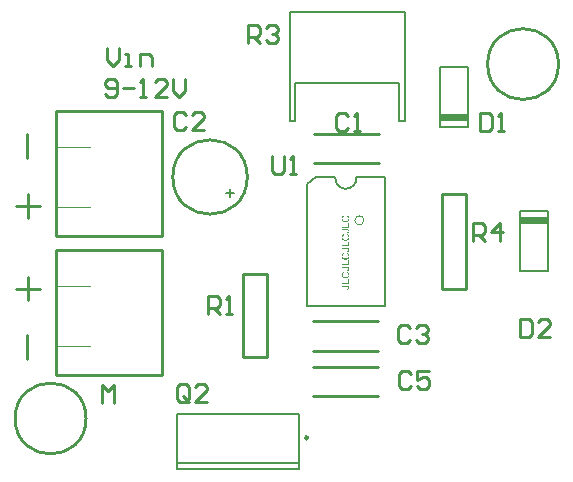
<source format=gto>
G04*
G04 #@! TF.GenerationSoftware,Altium Limited,CircuitMaker,2.2.1 (2.2.1.6)*
G04*
G04 Layer_Color=15132400*
%FSLAX44Y44*%
%MOMM*%
G71*
G04*
G04 #@! TF.SameCoordinates,2AB76CEE-A046-4D56-9755-BC6112196B6F*
G04*
G04*
G04 #@! TF.FilePolarity,Positive*
G04*
G01*
G75*
%ADD10C,0.2540*%
%ADD11C,0.1270*%
%ADD12C,0.0000*%
%ADD13C,0.2500*%
%ADD14C,0.1000*%
%ADD15C,0.2000*%
%ADD16C,0.2032*%
G36*
X300910Y221990D02*
X300966Y221972D01*
X301040Y221944D01*
X301123Y221916D01*
X301225Y221879D01*
X301336Y221833D01*
X301456Y221778D01*
X301715Y221648D01*
X301974Y221482D01*
X302103Y221380D01*
X302233Y221278D01*
X302344Y221167D01*
X302454Y221038D01*
X302464Y221029D01*
X302482Y221010D01*
X302501Y220964D01*
X302538Y220918D01*
X302584Y220844D01*
X302630Y220770D01*
X302676Y220668D01*
X302723Y220566D01*
X302778Y220446D01*
X302824Y220317D01*
X302871Y220178D01*
X302917Y220030D01*
X302954Y219873D01*
X302972Y219707D01*
X302991Y219531D01*
X303000Y219346D01*
Y219244D01*
X302991Y219170D01*
Y219087D01*
X302981Y218985D01*
X302963Y218874D01*
X302945Y218745D01*
X302898Y218477D01*
X302824Y218200D01*
X302723Y217922D01*
X302658Y217793D01*
X302584Y217663D01*
X302575Y217654D01*
X302565Y217636D01*
X302538Y217599D01*
X302501Y217562D01*
X302464Y217506D01*
X302408Y217441D01*
X302344Y217367D01*
X302270Y217293D01*
X302186Y217220D01*
X302103Y217136D01*
X301891Y216970D01*
X301641Y216813D01*
X301364Y216674D01*
X301354D01*
X301327Y216656D01*
X301280Y216646D01*
X301225Y216619D01*
X301151Y216600D01*
X301058Y216572D01*
X300957Y216535D01*
X300846Y216508D01*
X300726Y216480D01*
X300587Y216443D01*
X300300Y216397D01*
X299977Y216360D01*
X299644Y216341D01*
X299635D01*
X299598D01*
X299542D01*
X299477Y216350D01*
X299385D01*
X299293Y216360D01*
X299172Y216369D01*
X299052Y216387D01*
X298784Y216434D01*
X298488Y216498D01*
X298192Y216591D01*
X297906Y216720D01*
X297896Y216730D01*
X297869Y216739D01*
X297832Y216757D01*
X297785Y216794D01*
X297721Y216831D01*
X297647Y216877D01*
X297480Y216998D01*
X297295Y217155D01*
X297111Y217340D01*
X296926Y217552D01*
X296768Y217802D01*
X296759Y217811D01*
X296750Y217839D01*
X296731Y217876D01*
X296704Y217922D01*
X296676Y217996D01*
X296648Y218070D01*
X296611Y218163D01*
X296574Y218264D01*
X296537Y218375D01*
X296500Y218495D01*
X296445Y218754D01*
X296399Y219050D01*
X296380Y219355D01*
Y219448D01*
X296389Y219512D01*
X296399Y219596D01*
X296408Y219697D01*
X296417Y219799D01*
X296445Y219919D01*
X296500Y220169D01*
X296583Y220446D01*
X296639Y220585D01*
X296704Y220714D01*
X296787Y220844D01*
X296870Y220973D01*
X296879Y220982D01*
X296889Y221001D01*
X296916Y221038D01*
X296963Y221084D01*
X297009Y221130D01*
X297073Y221195D01*
X297148Y221260D01*
X297222Y221334D01*
X297314Y221408D01*
X297425Y221482D01*
X297536Y221565D01*
X297656Y221639D01*
X297795Y221704D01*
X297933Y221778D01*
X298081Y221833D01*
X298248Y221889D01*
X298442Y221056D01*
X298433D01*
X298414Y221047D01*
X298377Y221029D01*
X298331Y221010D01*
X298276Y220992D01*
X298202Y220964D01*
X298054Y220890D01*
X297887Y220798D01*
X297721Y220687D01*
X297564Y220548D01*
X297425Y220400D01*
X297406Y220382D01*
X297369Y220326D01*
X297323Y220234D01*
X297258Y220113D01*
X297203Y219956D01*
X297148Y219781D01*
X297111Y219568D01*
X297101Y219337D01*
Y219263D01*
X297111Y219217D01*
Y219152D01*
X297120Y219078D01*
X297148Y218902D01*
X297185Y218708D01*
X297249Y218505D01*
X297342Y218292D01*
X297462Y218098D01*
Y218089D01*
X297480Y218079D01*
X297527Y218015D01*
X297600Y217931D01*
X297712Y217830D01*
X297850Y217710D01*
X298007Y217599D01*
X298202Y217497D01*
X298414Y217404D01*
X298423D01*
X298442Y217395D01*
X298470Y217386D01*
X298516Y217377D01*
X298571Y217358D01*
X298636Y217340D01*
X298793Y217312D01*
X298978Y217275D01*
X299181Y217238D01*
X299403Y217220D01*
X299644Y217210D01*
X299653D01*
X299681D01*
X299727D01*
X299783D01*
X299847Y217220D01*
X299930D01*
X300023Y217229D01*
X300125Y217238D01*
X300347Y217266D01*
X300587Y217312D01*
X300827Y217367D01*
X301068Y217441D01*
X301077D01*
X301095Y217451D01*
X301123Y217469D01*
X301169Y217488D01*
X301280Y217543D01*
X301410Y217626D01*
X301558Y217728D01*
X301715Y217857D01*
X301854Y218005D01*
X301983Y218181D01*
Y218190D01*
X301992Y218209D01*
X302011Y218237D01*
X302029Y218274D01*
X302048Y218320D01*
X302075Y218375D01*
X302131Y218505D01*
X302186Y218671D01*
X302233Y218856D01*
X302270Y219059D01*
X302279Y219272D01*
Y219337D01*
X302270Y219392D01*
Y219457D01*
X302260Y219522D01*
X302223Y219688D01*
X302177Y219882D01*
X302103Y220076D01*
X302001Y220280D01*
X301946Y220382D01*
X301872Y220474D01*
X301863Y220483D01*
X301854Y220492D01*
X301826Y220520D01*
X301798Y220557D01*
X301752Y220594D01*
X301696Y220640D01*
X301641Y220696D01*
X301567Y220742D01*
X301484Y220798D01*
X301391Y220862D01*
X301299Y220918D01*
X301188Y220973D01*
X301068Y221019D01*
X300938Y221066D01*
X300800Y221112D01*
X300652Y221149D01*
X300864Y221999D01*
X300874D01*
X300910Y221990D01*
D02*
G37*
G36*
X302889Y211580D02*
X296491D01*
Y212430D01*
X302131D01*
Y215583D01*
X302889D01*
Y211580D01*
D02*
G37*
G36*
X301058Y210221D02*
X301132D01*
X301308Y210202D01*
X301511Y210184D01*
X301724Y210147D01*
X301918Y210091D01*
X302103Y210026D01*
X302112D01*
X302122Y210017D01*
X302177Y209989D01*
X302251Y209943D01*
X302353Y209879D01*
X302454Y209786D01*
X302565Y209684D01*
X302676Y209555D01*
X302769Y209407D01*
X302778Y209389D01*
X302806Y209333D01*
X302843Y209250D01*
X302880Y209130D01*
X302926Y208982D01*
X302963Y208815D01*
X302991Y208630D01*
X303000Y208427D01*
Y208344D01*
X302991Y208288D01*
X302981Y208214D01*
X302972Y208140D01*
X302935Y207946D01*
X302880Y207743D01*
X302797Y207530D01*
X302741Y207419D01*
X302676Y207318D01*
X302602Y207225D01*
X302519Y207133D01*
X302510Y207123D01*
X302501Y207114D01*
X302464Y207096D01*
X302427Y207068D01*
X302381Y207031D01*
X302316Y206994D01*
X302242Y206957D01*
X302159Y206911D01*
X302066Y206874D01*
X301955Y206837D01*
X301844Y206800D01*
X301715Y206763D01*
X301576Y206744D01*
X301419Y206716D01*
X301262Y206707D01*
X301086D01*
X300975Y207475D01*
X300984D01*
X301003D01*
X301040D01*
X301095Y207484D01*
X301151Y207493D01*
X301216D01*
X301373Y207521D01*
X301539Y207549D01*
X301706Y207604D01*
X301854Y207660D01*
X301918Y207697D01*
X301974Y207743D01*
X301983Y207752D01*
X302011Y207789D01*
X302057Y207845D01*
X302103Y207918D01*
X302159Y208020D01*
X302196Y208131D01*
X302233Y208270D01*
X302242Y208418D01*
Y208473D01*
X302233Y208529D01*
X302223Y208612D01*
X302205Y208695D01*
X302186Y208787D01*
X302149Y208880D01*
X302103Y208972D01*
X302094Y208982D01*
X302075Y209009D01*
X302038Y209046D01*
X302001Y209102D01*
X301937Y209148D01*
X301872Y209204D01*
X301798Y209250D01*
X301706Y209287D01*
X301696D01*
X301659Y209305D01*
X301595Y209314D01*
X301511Y209333D01*
X301401Y209352D01*
X301262Y209361D01*
X301095Y209379D01*
X300901D01*
X296491D01*
Y210230D01*
X300855D01*
X300864D01*
X300892D01*
X300929D01*
X300984D01*
X301058Y210221D01*
D02*
G37*
G36*
X300910Y206088D02*
X300966Y206069D01*
X301040Y206042D01*
X301123Y206014D01*
X301225Y205977D01*
X301336Y205931D01*
X301456Y205875D01*
X301715Y205746D01*
X301974Y205579D01*
X302103Y205478D01*
X302233Y205376D01*
X302344Y205265D01*
X302454Y205135D01*
X302464Y205126D01*
X302482Y205108D01*
X302501Y205062D01*
X302538Y205015D01*
X302584Y204941D01*
X302630Y204867D01*
X302676Y204766D01*
X302723Y204664D01*
X302778Y204544D01*
X302824Y204414D01*
X302871Y204276D01*
X302917Y204128D01*
X302954Y203971D01*
X302972Y203804D01*
X302991Y203629D01*
X303000Y203444D01*
Y203342D01*
X302991Y203268D01*
Y203185D01*
X302981Y203083D01*
X302963Y202972D01*
X302945Y202843D01*
X302898Y202575D01*
X302824Y202297D01*
X302723Y202020D01*
X302658Y201890D01*
X302584Y201761D01*
X302575Y201752D01*
X302565Y201733D01*
X302538Y201696D01*
X302501Y201659D01*
X302464Y201604D01*
X302408Y201539D01*
X302344Y201465D01*
X302270Y201391D01*
X302186Y201317D01*
X302103Y201234D01*
X301891Y201068D01*
X301641Y200910D01*
X301364Y200772D01*
X301354D01*
X301327Y200753D01*
X301280Y200744D01*
X301225Y200716D01*
X301151Y200698D01*
X301058Y200670D01*
X300957Y200633D01*
X300846Y200605D01*
X300726Y200578D01*
X300587Y200541D01*
X300300Y200494D01*
X299977Y200457D01*
X299644Y200439D01*
X299635D01*
X299598D01*
X299542D01*
X299477Y200448D01*
X299385D01*
X299293Y200457D01*
X299172Y200466D01*
X299052Y200485D01*
X298784Y200531D01*
X298488Y200596D01*
X298192Y200688D01*
X297906Y200818D01*
X297896Y200827D01*
X297869Y200836D01*
X297832Y200855D01*
X297785Y200892D01*
X297721Y200929D01*
X297647Y200975D01*
X297480Y201095D01*
X297295Y201252D01*
X297111Y201437D01*
X296926Y201650D01*
X296768Y201900D01*
X296759Y201909D01*
X296750Y201937D01*
X296731Y201973D01*
X296704Y202020D01*
X296676Y202094D01*
X296648Y202168D01*
X296611Y202260D01*
X296574Y202362D01*
X296537Y202473D01*
X296500Y202593D01*
X296445Y202852D01*
X296399Y203148D01*
X296380Y203453D01*
Y203545D01*
X296389Y203610D01*
X296399Y203693D01*
X296408Y203795D01*
X296417Y203897D01*
X296445Y204017D01*
X296500Y204266D01*
X296583Y204544D01*
X296639Y204683D01*
X296704Y204812D01*
X296787Y204941D01*
X296870Y205071D01*
X296879Y205080D01*
X296889Y205098D01*
X296916Y205135D01*
X296963Y205182D01*
X297009Y205228D01*
X297073Y205293D01*
X297148Y205357D01*
X297222Y205431D01*
X297314Y205505D01*
X297425Y205579D01*
X297536Y205662D01*
X297656Y205737D01*
X297795Y205801D01*
X297933Y205875D01*
X298081Y205931D01*
X298248Y205986D01*
X298442Y205154D01*
X298433D01*
X298414Y205145D01*
X298377Y205126D01*
X298331Y205108D01*
X298276Y205089D01*
X298202Y205062D01*
X298054Y204988D01*
X297887Y204895D01*
X297721Y204784D01*
X297564Y204646D01*
X297425Y204498D01*
X297406Y204479D01*
X297369Y204424D01*
X297323Y204331D01*
X297258Y204211D01*
X297203Y204054D01*
X297148Y203878D01*
X297111Y203666D01*
X297101Y203434D01*
Y203360D01*
X297111Y203314D01*
Y203249D01*
X297120Y203176D01*
X297148Y203000D01*
X297185Y202806D01*
X297249Y202602D01*
X297342Y202390D01*
X297462Y202195D01*
Y202186D01*
X297480Y202177D01*
X297527Y202112D01*
X297600Y202029D01*
X297712Y201927D01*
X297850Y201807D01*
X298007Y201696D01*
X298202Y201595D01*
X298414Y201502D01*
X298423D01*
X298442Y201493D01*
X298470Y201483D01*
X298516Y201474D01*
X298571Y201456D01*
X298636Y201437D01*
X298793Y201410D01*
X298978Y201373D01*
X299181Y201336D01*
X299403Y201317D01*
X299644Y201308D01*
X299653D01*
X299681D01*
X299727D01*
X299783D01*
X299847Y201317D01*
X299930D01*
X300023Y201326D01*
X300125Y201336D01*
X300347Y201363D01*
X300587Y201410D01*
X300827Y201465D01*
X301068Y201539D01*
X301077D01*
X301095Y201548D01*
X301123Y201567D01*
X301169Y201585D01*
X301280Y201641D01*
X301410Y201724D01*
X301558Y201826D01*
X301715Y201955D01*
X301854Y202103D01*
X301983Y202279D01*
Y202288D01*
X301992Y202306D01*
X302011Y202334D01*
X302029Y202371D01*
X302048Y202417D01*
X302075Y202473D01*
X302131Y202602D01*
X302186Y202769D01*
X302233Y202954D01*
X302270Y203157D01*
X302279Y203370D01*
Y203434D01*
X302270Y203490D01*
Y203554D01*
X302260Y203619D01*
X302223Y203786D01*
X302177Y203980D01*
X302103Y204174D01*
X302001Y204377D01*
X301946Y204479D01*
X301872Y204571D01*
X301863Y204581D01*
X301854Y204590D01*
X301826Y204618D01*
X301798Y204655D01*
X301752Y204692D01*
X301696Y204738D01*
X301641Y204793D01*
X301567Y204840D01*
X301484Y204895D01*
X301391Y204960D01*
X301299Y205015D01*
X301188Y205071D01*
X301068Y205117D01*
X300938Y205163D01*
X300800Y205210D01*
X300652Y205247D01*
X300864Y206097D01*
X300874D01*
X300910Y206088D01*
D02*
G37*
G36*
X302889Y195677D02*
X296491D01*
Y196528D01*
X302131D01*
Y199681D01*
X302889D01*
Y195677D01*
D02*
G37*
G36*
X301058Y194318D02*
X301132D01*
X301308Y194300D01*
X301511Y194281D01*
X301724Y194244D01*
X301918Y194189D01*
X302103Y194124D01*
X302112D01*
X302122Y194115D01*
X302177Y194087D01*
X302251Y194041D01*
X302353Y193976D01*
X302454Y193884D01*
X302565Y193782D01*
X302676Y193652D01*
X302769Y193505D01*
X302778Y193486D01*
X302806Y193431D01*
X302843Y193347D01*
X302880Y193227D01*
X302926Y193079D01*
X302963Y192913D01*
X302991Y192728D01*
X303000Y192525D01*
Y192441D01*
X302991Y192386D01*
X302981Y192312D01*
X302972Y192238D01*
X302935Y192044D01*
X302880Y191840D01*
X302797Y191628D01*
X302741Y191517D01*
X302676Y191415D01*
X302602Y191323D01*
X302519Y191230D01*
X302510Y191221D01*
X302501Y191212D01*
X302464Y191193D01*
X302427Y191165D01*
X302381Y191128D01*
X302316Y191091D01*
X302242Y191054D01*
X302159Y191008D01*
X302066Y190971D01*
X301955Y190934D01*
X301844Y190897D01*
X301715Y190860D01*
X301576Y190842D01*
X301419Y190814D01*
X301262Y190805D01*
X301086D01*
X300975Y191572D01*
X300984D01*
X301003D01*
X301040D01*
X301095Y191581D01*
X301151Y191591D01*
X301216D01*
X301373Y191618D01*
X301539Y191646D01*
X301706Y191702D01*
X301854Y191757D01*
X301918Y191794D01*
X301974Y191840D01*
X301983Y191850D01*
X302011Y191887D01*
X302057Y191942D01*
X302103Y192016D01*
X302159Y192118D01*
X302196Y192229D01*
X302233Y192367D01*
X302242Y192515D01*
Y192571D01*
X302233Y192626D01*
X302223Y192709D01*
X302205Y192793D01*
X302186Y192885D01*
X302149Y192978D01*
X302103Y193070D01*
X302094Y193079D01*
X302075Y193107D01*
X302038Y193144D01*
X302001Y193200D01*
X301937Y193246D01*
X301872Y193301D01*
X301798Y193347D01*
X301706Y193384D01*
X301696D01*
X301659Y193403D01*
X301595Y193412D01*
X301511Y193431D01*
X301401Y193449D01*
X301262Y193458D01*
X301095Y193477D01*
X300901D01*
X296491D01*
Y194327D01*
X300855D01*
X300864D01*
X300892D01*
X300929D01*
X300984D01*
X301058Y194318D01*
D02*
G37*
G36*
X300910Y190185D02*
X300966Y190167D01*
X301040Y190139D01*
X301123Y190111D01*
X301225Y190074D01*
X301336Y190028D01*
X301456Y189973D01*
X301715Y189843D01*
X301974Y189677D01*
X302103Y189575D01*
X302233Y189473D01*
X302344Y189363D01*
X302454Y189233D01*
X302464Y189224D01*
X302482Y189205D01*
X302501Y189159D01*
X302538Y189113D01*
X302584Y189039D01*
X302630Y188965D01*
X302676Y188863D01*
X302723Y188762D01*
X302778Y188641D01*
X302824Y188512D01*
X302871Y188373D01*
X302917Y188225D01*
X302954Y188068D01*
X302972Y187902D01*
X302991Y187726D01*
X303000Y187541D01*
Y187439D01*
X302991Y187365D01*
Y187282D01*
X302981Y187181D01*
X302963Y187070D01*
X302945Y186940D01*
X302898Y186672D01*
X302824Y186395D01*
X302723Y186117D01*
X302658Y185988D01*
X302584Y185858D01*
X302575Y185849D01*
X302565Y185831D01*
X302538Y185794D01*
X302501Y185757D01*
X302464Y185701D01*
X302408Y185637D01*
X302344Y185563D01*
X302270Y185489D01*
X302186Y185415D01*
X302103Y185331D01*
X301891Y185165D01*
X301641Y185008D01*
X301364Y184869D01*
X301354D01*
X301327Y184851D01*
X301280Y184841D01*
X301225Y184814D01*
X301151Y184795D01*
X301058Y184767D01*
X300957Y184730D01*
X300846Y184703D01*
X300726Y184675D01*
X300587Y184638D01*
X300300Y184592D01*
X299977Y184555D01*
X299644Y184536D01*
X299635D01*
X299598D01*
X299542D01*
X299477Y184546D01*
X299385D01*
X299293Y184555D01*
X299172Y184564D01*
X299052Y184583D01*
X298784Y184629D01*
X298488Y184694D01*
X298192Y184786D01*
X297906Y184915D01*
X297896Y184925D01*
X297869Y184934D01*
X297832Y184952D01*
X297785Y184989D01*
X297721Y185026D01*
X297647Y185073D01*
X297480Y185193D01*
X297295Y185350D01*
X297111Y185535D01*
X296926Y185748D01*
X296768Y185997D01*
X296759Y186006D01*
X296750Y186034D01*
X296731Y186071D01*
X296704Y186117D01*
X296676Y186191D01*
X296648Y186265D01*
X296611Y186358D01*
X296574Y186459D01*
X296537Y186570D01*
X296500Y186691D01*
X296445Y186949D01*
X296399Y187245D01*
X296380Y187550D01*
Y187643D01*
X296389Y187708D01*
X296399Y187791D01*
X296408Y187892D01*
X296417Y187994D01*
X296445Y188114D01*
X296500Y188364D01*
X296583Y188641D01*
X296639Y188780D01*
X296704Y188909D01*
X296787Y189039D01*
X296870Y189168D01*
X296879Y189178D01*
X296889Y189196D01*
X296916Y189233D01*
X296963Y189279D01*
X297009Y189326D01*
X297073Y189390D01*
X297148Y189455D01*
X297222Y189529D01*
X297314Y189603D01*
X297425Y189677D01*
X297536Y189760D01*
X297656Y189834D01*
X297795Y189899D01*
X297933Y189973D01*
X298081Y190028D01*
X298248Y190084D01*
X298442Y189252D01*
X298433D01*
X298414Y189242D01*
X298377Y189224D01*
X298331Y189205D01*
X298276Y189187D01*
X298202Y189159D01*
X298054Y189085D01*
X297887Y188993D01*
X297721Y188882D01*
X297564Y188743D01*
X297425Y188595D01*
X297406Y188577D01*
X297369Y188521D01*
X297323Y188429D01*
X297258Y188309D01*
X297203Y188151D01*
X297148Y187976D01*
X297111Y187763D01*
X297101Y187532D01*
Y187458D01*
X297111Y187412D01*
Y187347D01*
X297120Y187273D01*
X297148Y187097D01*
X297185Y186903D01*
X297249Y186700D01*
X297342Y186487D01*
X297462Y186293D01*
Y186284D01*
X297480Y186275D01*
X297527Y186210D01*
X297600Y186127D01*
X297712Y186025D01*
X297850Y185905D01*
X298007Y185794D01*
X298202Y185692D01*
X298414Y185600D01*
X298423D01*
X298442Y185590D01*
X298470Y185581D01*
X298516Y185572D01*
X298571Y185553D01*
X298636Y185535D01*
X298793Y185507D01*
X298978Y185470D01*
X299181Y185433D01*
X299403Y185415D01*
X299644Y185405D01*
X299653D01*
X299681D01*
X299727D01*
X299783D01*
X299847Y185415D01*
X299930D01*
X300023Y185424D01*
X300125Y185433D01*
X300347Y185461D01*
X300587Y185507D01*
X300827Y185563D01*
X301068Y185637D01*
X301077D01*
X301095Y185646D01*
X301123Y185664D01*
X301169Y185683D01*
X301280Y185738D01*
X301410Y185821D01*
X301558Y185923D01*
X301715Y186053D01*
X301854Y186201D01*
X301983Y186376D01*
Y186385D01*
X301992Y186404D01*
X302011Y186432D01*
X302029Y186469D01*
X302048Y186515D01*
X302075Y186570D01*
X302131Y186700D01*
X302186Y186866D01*
X302233Y187051D01*
X302270Y187255D01*
X302279Y187467D01*
Y187532D01*
X302270Y187587D01*
Y187652D01*
X302260Y187717D01*
X302223Y187883D01*
X302177Y188077D01*
X302103Y188272D01*
X302001Y188475D01*
X301946Y188577D01*
X301872Y188669D01*
X301863Y188678D01*
X301854Y188688D01*
X301826Y188715D01*
X301798Y188752D01*
X301752Y188789D01*
X301696Y188836D01*
X301641Y188891D01*
X301567Y188937D01*
X301484Y188993D01*
X301391Y189057D01*
X301299Y189113D01*
X301188Y189168D01*
X301068Y189215D01*
X300938Y189261D01*
X300800Y189307D01*
X300652Y189344D01*
X300864Y190195D01*
X300874D01*
X300910Y190185D01*
D02*
G37*
G36*
X302889Y179775D02*
X296491D01*
Y180625D01*
X302131D01*
Y183778D01*
X302889D01*
Y179775D01*
D02*
G37*
G36*
X301058Y178416D02*
X301132D01*
X301308Y178397D01*
X301511Y178379D01*
X301724Y178342D01*
X301918Y178286D01*
X302103Y178222D01*
X302112D01*
X302122Y178212D01*
X302177Y178185D01*
X302251Y178138D01*
X302353Y178074D01*
X302454Y177981D01*
X302565Y177880D01*
X302676Y177750D01*
X302769Y177602D01*
X302778Y177584D01*
X302806Y177528D01*
X302843Y177445D01*
X302880Y177325D01*
X302926Y177177D01*
X302963Y177010D01*
X302991Y176826D01*
X303000Y176622D01*
Y176539D01*
X302991Y176483D01*
X302981Y176409D01*
X302972Y176336D01*
X302935Y176141D01*
X302880Y175938D01*
X302797Y175725D01*
X302741Y175614D01*
X302676Y175513D01*
X302602Y175420D01*
X302519Y175328D01*
X302510Y175319D01*
X302501Y175309D01*
X302464Y175291D01*
X302427Y175263D01*
X302381Y175226D01*
X302316Y175189D01*
X302242Y175152D01*
X302159Y175106D01*
X302066Y175069D01*
X301955Y175032D01*
X301844Y174995D01*
X301715Y174958D01*
X301576Y174939D01*
X301419Y174912D01*
X301262Y174902D01*
X301086D01*
X300975Y175670D01*
X300984D01*
X301003D01*
X301040D01*
X301095Y175679D01*
X301151Y175688D01*
X301216D01*
X301373Y175716D01*
X301539Y175744D01*
X301706Y175799D01*
X301854Y175855D01*
X301918Y175892D01*
X301974Y175938D01*
X301983Y175947D01*
X302011Y175984D01*
X302057Y176040D01*
X302103Y176114D01*
X302159Y176215D01*
X302196Y176326D01*
X302233Y176465D01*
X302242Y176613D01*
Y176668D01*
X302233Y176724D01*
X302223Y176807D01*
X302205Y176890D01*
X302186Y176983D01*
X302149Y177075D01*
X302103Y177168D01*
X302094Y177177D01*
X302075Y177205D01*
X302038Y177242D01*
X302001Y177297D01*
X301937Y177343D01*
X301872Y177399D01*
X301798Y177445D01*
X301706Y177482D01*
X301696D01*
X301659Y177500D01*
X301595Y177510D01*
X301511Y177528D01*
X301401Y177547D01*
X301262Y177556D01*
X301095Y177574D01*
X300901D01*
X296491D01*
Y178425D01*
X300855D01*
X300864D01*
X300892D01*
X300929D01*
X300984D01*
X301058Y178416D01*
D02*
G37*
G36*
X300910Y174283D02*
X300966Y174265D01*
X301040Y174237D01*
X301123Y174209D01*
X301225Y174172D01*
X301336Y174126D01*
X301456Y174070D01*
X301715Y173941D01*
X301974Y173775D01*
X302103Y173673D01*
X302233Y173571D01*
X302344Y173460D01*
X302454Y173331D01*
X302464Y173321D01*
X302482Y173303D01*
X302501Y173257D01*
X302538Y173211D01*
X302584Y173137D01*
X302630Y173062D01*
X302676Y172961D01*
X302723Y172859D01*
X302778Y172739D01*
X302824Y172610D01*
X302871Y172471D01*
X302917Y172323D01*
X302954Y172166D01*
X302972Y171999D01*
X302991Y171824D01*
X303000Y171639D01*
Y171537D01*
X302991Y171463D01*
Y171380D01*
X302981Y171278D01*
X302963Y171167D01*
X302945Y171038D01*
X302898Y170770D01*
X302824Y170492D01*
X302723Y170215D01*
X302658Y170086D01*
X302584Y169956D01*
X302575Y169947D01*
X302565Y169928D01*
X302538Y169891D01*
X302501Y169854D01*
X302464Y169799D01*
X302408Y169734D01*
X302344Y169660D01*
X302270Y169586D01*
X302186Y169512D01*
X302103Y169429D01*
X301891Y169263D01*
X301641Y169105D01*
X301364Y168967D01*
X301354D01*
X301327Y168948D01*
X301280Y168939D01*
X301225Y168911D01*
X301151Y168893D01*
X301058Y168865D01*
X300957Y168828D01*
X300846Y168800D01*
X300726Y168773D01*
X300587Y168736D01*
X300300Y168689D01*
X299977Y168652D01*
X299644Y168634D01*
X299635D01*
X299598D01*
X299542D01*
X299477Y168643D01*
X299385D01*
X299293Y168652D01*
X299172Y168662D01*
X299052Y168680D01*
X298784Y168726D01*
X298488Y168791D01*
X298192Y168883D01*
X297906Y169013D01*
X297896Y169022D01*
X297869Y169032D01*
X297832Y169050D01*
X297785Y169087D01*
X297721Y169124D01*
X297647Y169170D01*
X297480Y169290D01*
X297295Y169447D01*
X297111Y169632D01*
X296926Y169845D01*
X296768Y170095D01*
X296759Y170104D01*
X296750Y170132D01*
X296731Y170169D01*
X296704Y170215D01*
X296676Y170289D01*
X296648Y170363D01*
X296611Y170455D01*
X296574Y170557D01*
X296537Y170668D01*
X296500Y170788D01*
X296445Y171047D01*
X296399Y171343D01*
X296380Y171648D01*
Y171740D01*
X296389Y171805D01*
X296399Y171888D01*
X296408Y171990D01*
X296417Y172092D01*
X296445Y172212D01*
X296500Y172462D01*
X296583Y172739D01*
X296639Y172878D01*
X296704Y173007D01*
X296787Y173137D01*
X296870Y173266D01*
X296879Y173275D01*
X296889Y173294D01*
X296916Y173331D01*
X296963Y173377D01*
X297009Y173423D01*
X297073Y173488D01*
X297148Y173553D01*
X297222Y173626D01*
X297314Y173701D01*
X297425Y173775D01*
X297536Y173858D01*
X297656Y173932D01*
X297795Y173996D01*
X297933Y174070D01*
X298081Y174126D01*
X298248Y174181D01*
X298442Y173349D01*
X298433D01*
X298414Y173340D01*
X298377Y173321D01*
X298331Y173303D01*
X298276Y173284D01*
X298202Y173257D01*
X298054Y173183D01*
X297887Y173090D01*
X297721Y172979D01*
X297564Y172841D01*
X297425Y172693D01*
X297406Y172674D01*
X297369Y172619D01*
X297323Y172526D01*
X297258Y172406D01*
X297203Y172249D01*
X297148Y172073D01*
X297111Y171861D01*
X297101Y171630D01*
Y171556D01*
X297111Y171509D01*
Y171445D01*
X297120Y171371D01*
X297148Y171195D01*
X297185Y171001D01*
X297249Y170797D01*
X297342Y170585D01*
X297462Y170391D01*
Y170381D01*
X297480Y170372D01*
X297527Y170307D01*
X297600Y170224D01*
X297712Y170122D01*
X297850Y170002D01*
X298007Y169891D01*
X298202Y169790D01*
X298414Y169697D01*
X298423D01*
X298442Y169688D01*
X298470Y169679D01*
X298516Y169669D01*
X298571Y169651D01*
X298636Y169632D01*
X298793Y169605D01*
X298978Y169568D01*
X299181Y169531D01*
X299403Y169512D01*
X299644Y169503D01*
X299653D01*
X299681D01*
X299727D01*
X299783D01*
X299847Y169512D01*
X299930D01*
X300023Y169522D01*
X300125Y169531D01*
X300347Y169559D01*
X300587Y169605D01*
X300827Y169660D01*
X301068Y169734D01*
X301077D01*
X301095Y169743D01*
X301123Y169762D01*
X301169Y169780D01*
X301280Y169836D01*
X301410Y169919D01*
X301558Y170021D01*
X301715Y170150D01*
X301854Y170298D01*
X301983Y170474D01*
Y170483D01*
X301992Y170501D01*
X302011Y170529D01*
X302029Y170566D01*
X302048Y170613D01*
X302075Y170668D01*
X302131Y170797D01*
X302186Y170964D01*
X302233Y171149D01*
X302270Y171352D01*
X302279Y171565D01*
Y171630D01*
X302270Y171685D01*
Y171750D01*
X302260Y171814D01*
X302223Y171981D01*
X302177Y172175D01*
X302103Y172369D01*
X302001Y172572D01*
X301946Y172674D01*
X301872Y172767D01*
X301863Y172776D01*
X301854Y172785D01*
X301826Y172813D01*
X301798Y172850D01*
X301752Y172887D01*
X301696Y172933D01*
X301641Y172989D01*
X301567Y173035D01*
X301484Y173090D01*
X301391Y173155D01*
X301299Y173211D01*
X301188Y173266D01*
X301068Y173312D01*
X300938Y173358D01*
X300800Y173405D01*
X300652Y173442D01*
X300864Y174292D01*
X300874D01*
X300910Y174283D01*
D02*
G37*
G36*
X302889Y163872D02*
X296491D01*
Y164723D01*
X302131D01*
Y167876D01*
X302889D01*
Y163872D01*
D02*
G37*
G36*
X301058Y162513D02*
X301132D01*
X301308Y162495D01*
X301511Y162476D01*
X301724Y162439D01*
X301918Y162384D01*
X302103Y162319D01*
X302112D01*
X302122Y162310D01*
X302177Y162282D01*
X302251Y162236D01*
X302353Y162171D01*
X302454Y162079D01*
X302565Y161977D01*
X302676Y161848D01*
X302769Y161700D01*
X302778Y161681D01*
X302806Y161626D01*
X302843Y161542D01*
X302880Y161422D01*
X302926Y161274D01*
X302963Y161108D01*
X302991Y160923D01*
X303000Y160720D01*
Y160637D01*
X302991Y160581D01*
X302981Y160507D01*
X302972Y160433D01*
X302935Y160239D01*
X302880Y160035D01*
X302797Y159823D01*
X302741Y159712D01*
X302676Y159610D01*
X302602Y159518D01*
X302519Y159425D01*
X302510Y159416D01*
X302501Y159407D01*
X302464Y159388D01*
X302427Y159361D01*
X302381Y159324D01*
X302316Y159287D01*
X302242Y159250D01*
X302159Y159203D01*
X302066Y159166D01*
X301955Y159129D01*
X301844Y159092D01*
X301715Y159056D01*
X301576Y159037D01*
X301419Y159009D01*
X301262Y159000D01*
X301086D01*
X300975Y159767D01*
X300984D01*
X301003D01*
X301040D01*
X301095Y159777D01*
X301151Y159786D01*
X301216D01*
X301373Y159814D01*
X301539Y159841D01*
X301706Y159897D01*
X301854Y159952D01*
X301918Y159989D01*
X301974Y160035D01*
X301983Y160045D01*
X302011Y160082D01*
X302057Y160137D01*
X302103Y160211D01*
X302159Y160313D01*
X302196Y160424D01*
X302233Y160562D01*
X302242Y160710D01*
Y160766D01*
X302233Y160821D01*
X302223Y160905D01*
X302205Y160988D01*
X302186Y161080D01*
X302149Y161173D01*
X302103Y161265D01*
X302094Y161274D01*
X302075Y161302D01*
X302038Y161339D01*
X302001Y161395D01*
X301937Y161441D01*
X301872Y161496D01*
X301798Y161542D01*
X301706Y161579D01*
X301696D01*
X301659Y161598D01*
X301595Y161607D01*
X301511Y161626D01*
X301401Y161644D01*
X301262Y161653D01*
X301095Y161672D01*
X300901D01*
X296491D01*
Y162523D01*
X300855D01*
X300864D01*
X300892D01*
X300929D01*
X300984D01*
X301058Y162513D01*
D02*
G37*
G54D10*
X216500Y254450D02*
G03*
X216500Y254450I-31500J0D01*
G01*
X480000Y350000D02*
G03*
X480000Y350000I-30000J0D01*
G01*
X80000Y50000D02*
G03*
X80000Y50000I-30000J0D01*
G01*
X54500Y204500D02*
X144500D01*
Y310500D01*
X54500D02*
X144500D01*
X54500Y204500D02*
Y310500D01*
X272558Y94001D02*
X327565D01*
X272558Y69001D02*
X327565D01*
X273246Y291251D02*
X328253D01*
X273246Y266250D02*
X328253D01*
X54500Y86500D02*
Y192500D01*
X144500D01*
Y86500D02*
Y192500D01*
X54500Y86500D02*
X144500D01*
X272558Y107500D02*
X327565D01*
X272558Y132501D02*
X327565D01*
X213250Y172298D02*
X233250D01*
X213250Y101798D02*
Y172298D01*
X233250Y101798D02*
Y172298D01*
X213250Y101798D02*
X233250D01*
X381748Y240001D02*
X401748D01*
X381748Y160001D02*
Y240001D01*
X401748Y160001D02*
Y240001D01*
X381748Y160001D02*
X401748D01*
X96040Y324539D02*
X98539Y322040D01*
X103538D01*
X106037Y324539D01*
Y334536D01*
X103538Y337035D01*
X98539D01*
X96040Y334536D01*
Y332037D01*
X98539Y329538D01*
X106037D01*
X111035D02*
X121032D01*
X126030Y322040D02*
X131029D01*
X128530D01*
Y337035D01*
X126030Y334536D01*
X148523Y322040D02*
X138526D01*
X148523Y332037D01*
Y334536D01*
X146024Y337035D01*
X141025D01*
X138526Y334536D01*
X153521Y337035D02*
Y327038D01*
X158520Y322040D01*
X163518Y327038D01*
Y337035D01*
X29960Y270540D02*
Y290534D01*
Y100540D02*
Y120534D01*
X20796Y230042D02*
X40790D01*
X30793Y240039D02*
Y220046D01*
X20796Y160042D02*
X40790D01*
X30793Y170039D02*
Y150046D01*
X355211Y87828D02*
X352672Y90367D01*
X347593D01*
X345054Y87828D01*
Y77672D01*
X347593Y75132D01*
X352672D01*
X355211Y77672D01*
X370446Y90367D02*
X360289D01*
Y82750D01*
X365368Y85289D01*
X367907D01*
X370446Y82750D01*
Y77672D01*
X367907Y75132D01*
X362828D01*
X360289Y77672D01*
X302000Y305828D02*
X299461Y308368D01*
X294382D01*
X291843Y305828D01*
Y295672D01*
X294382Y293132D01*
X299461D01*
X302000Y295672D01*
X307078Y293132D02*
X312157D01*
X309618D01*
Y308368D01*
X307078Y305828D01*
X216804Y367882D02*
Y383117D01*
X224422D01*
X226961Y380578D01*
Y375500D01*
X224422Y372961D01*
X216804D01*
X221882D02*
X226961Y367882D01*
X232039Y380578D02*
X234578Y383117D01*
X239657D01*
X242196Y380578D01*
Y378039D01*
X239657Y375500D01*
X237118D01*
X239657D01*
X242196Y372961D01*
Y370422D01*
X239657Y367882D01*
X234578D01*
X232039Y370422D01*
X447304Y133868D02*
Y118632D01*
X454922D01*
X457461Y121172D01*
Y131328D01*
X454922Y133868D01*
X447304D01*
X472696Y118632D02*
X462539D01*
X472696Y128789D01*
Y131328D01*
X470157Y133868D01*
X465078D01*
X462539Y131328D01*
X413842Y308617D02*
Y293382D01*
X421459D01*
X423998Y295922D01*
Y306078D01*
X421459Y308617D01*
X413842D01*
X429077Y293382D02*
X434155D01*
X431616D01*
Y308617D01*
X429077Y306078D01*
X167051Y66761D02*
Y76918D01*
X164512Y79457D01*
X159433D01*
X156894Y76918D01*
Y66761D01*
X159433Y64222D01*
X164512D01*
X161972Y69300D02*
X167051Y64222D01*
X164512D02*
X167051Y66761D01*
X182286Y64222D02*
X172129D01*
X182286Y74379D01*
Y76918D01*
X179747Y79457D01*
X174668D01*
X172129Y76918D01*
X164961Y306828D02*
X162422Y309368D01*
X157343D01*
X154804Y306828D01*
Y296672D01*
X157343Y294132D01*
X162422D01*
X164961Y296672D01*
X180196Y294132D02*
X170039D01*
X180196Y304289D01*
Y306828D01*
X177657Y309368D01*
X172578D01*
X170039Y306828D01*
X407552Y200133D02*
Y215368D01*
X415170D01*
X417709Y212829D01*
Y207751D01*
X415170Y205211D01*
X407552D01*
X412631D02*
X417709Y200133D01*
X430405D02*
Y215368D01*
X422788Y207751D01*
X432944D01*
X237343Y272617D02*
Y259922D01*
X239883Y257383D01*
X244961D01*
X247500Y259922D01*
Y272617D01*
X252578Y257383D02*
X257657D01*
X255118D01*
Y272617D01*
X252578Y270078D01*
X183343Y138681D02*
Y153916D01*
X190961D01*
X193500Y151377D01*
Y146299D01*
X190961Y143760D01*
X183343D01*
X188422D02*
X193500Y138681D01*
X198578D02*
X203657D01*
X201118D01*
Y153916D01*
X198578Y151377D01*
X93172Y62882D02*
Y78117D01*
X98250Y73039D01*
X103328Y78117D01*
Y62882D01*
X97706Y363618D02*
Y353461D01*
X102785Y348382D01*
X107863Y353461D01*
Y363618D01*
X112941Y348382D02*
X118020D01*
X115480D01*
Y358539D01*
X112941D01*
X125637Y348382D02*
Y358539D01*
X133255D01*
X135794Y356000D01*
Y348382D01*
X354211Y126578D02*
X351672Y129117D01*
X346593D01*
X344054Y126578D01*
Y116422D01*
X346593Y113883D01*
X351672D01*
X354211Y116422D01*
X359289Y126578D02*
X361828Y129117D01*
X366907D01*
X369446Y126578D01*
Y124039D01*
X366907Y121500D01*
X364367D01*
X366907D01*
X369446Y118961D01*
Y116422D01*
X366907Y113883D01*
X361828D01*
X359289Y116422D01*
G54D11*
X300000Y244450D02*
G03*
X308890Y253340I-1J8891D01*
G01*
X291110D02*
G03*
X300000Y244450I8891J1D01*
G01*
X333020Y145390D02*
Y254610D01*
X266980Y145390D02*
X333020D01*
X266980D02*
Y248260D01*
X274600Y254610D01*
X291110D01*
X308890D02*
X333020D01*
X308890Y253340D02*
Y254610D01*
X291110Y253340D02*
Y254610D01*
G54D12*
X315240Y217780D02*
G03*
X315240Y217780I-3810J0D01*
G01*
G54D13*
X267900Y33750D02*
G03*
X267900Y33750I-1250J0D01*
G01*
G54D14*
X54500Y279900D02*
X82990D01*
X54500Y229100D02*
X82990D01*
X54500Y111100D02*
X82990D01*
X54500Y161900D02*
X82990D01*
G54D15*
X345250Y302000D02*
X349750D01*
X345250D02*
Y334000D01*
X257250D02*
X345250D01*
X257250Y302000D02*
Y334000D01*
X252750Y302000D02*
X257250D01*
X252750D02*
Y394000D01*
X349750D01*
Y302000D02*
Y394000D01*
X379998Y304330D02*
X403498D01*
X379998Y303060D02*
X403498D01*
X379998Y305600D02*
X403498D01*
X379998Y306870D02*
X403498D01*
X379998Y347900D02*
X403498D01*
Y297100D02*
Y347900D01*
X379998Y297100D02*
X403498D01*
X379998D02*
Y347900D01*
X447250Y218170D02*
X470750D01*
X447250Y219440D02*
X470750D01*
X447250Y216900D02*
X470750D01*
X447250Y215630D02*
X470750D01*
X447250Y174600D02*
X470750D01*
X447250D02*
Y225400D01*
X470750D01*
Y174600D02*
Y225400D01*
X157150Y11950D02*
X260150D01*
X157150Y6950D02*
X260150D01*
X157150Y53950D02*
X260150D01*
X157150Y6950D02*
Y53950D01*
X260150Y6950D02*
Y53950D01*
G54D16*
X201512Y237940D02*
Y244711D01*
X198126Y241326D02*
X204897D01*
M02*

</source>
